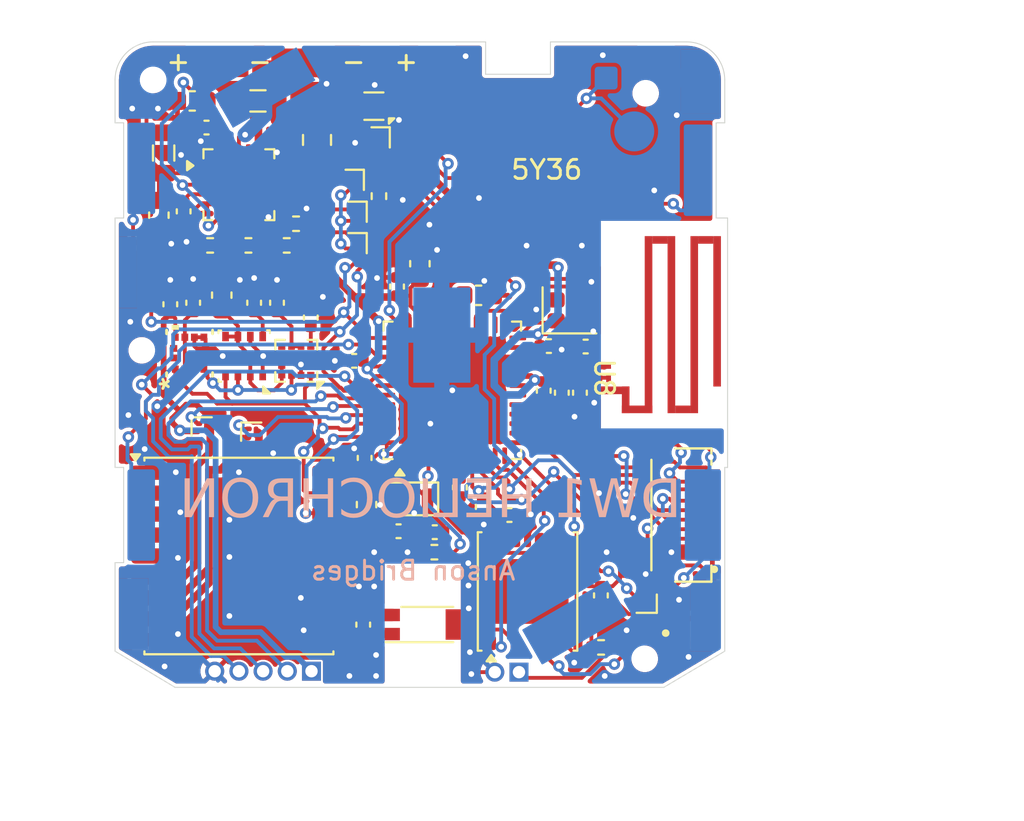
<source format=kicad_pcb>
(kicad_pcb
	(version 20241229)
	(generator "pcbnew")
	(generator_version "9.0")
	(general
		(thickness 0.69)
		(legacy_teardrops no)
	)
	(paper "A4")
	(layers
		(0 "F.Cu" signal)
		(2 "B.Cu" signal)
		(9 "F.Adhes" user "F.Adhesive")
		(11 "B.Adhes" user "B.Adhesive")
		(13 "F.Paste" user)
		(15 "B.Paste" user)
		(5 "F.SilkS" user "F.Silkscreen")
		(7 "B.SilkS" user "B.Silkscreen")
		(1 "F.Mask" user)
		(3 "B.Mask" user)
		(17 "Dwgs.User" user "User.Drawings")
		(19 "Cmts.User" user "User.Comments")
		(21 "Eco1.User" user "User.Eco1")
		(23 "Eco2.User" user "User.Eco2")
		(25 "Edge.Cuts" user)
		(27 "Margin" user)
		(31 "F.CrtYd" user "F.Courtyard")
		(29 "B.CrtYd" user "B.Courtyard")
		(35 "F.Fab" user)
		(33 "B.Fab" user)
		(39 "User.1" user)
		(41 "User.2" user)
		(43 "User.3" user)
		(45 "User.4" user)
	)
	(setup
		(stackup
			(layer "F.SilkS"
				(type "Top Silk Screen")
			)
			(layer "F.Paste"
				(type "Top Solder Paste")
			)
			(layer "F.Mask"
				(type "Top Solder Mask")
				(thickness 0.01)
			)
			(layer "F.Cu"
				(type "copper")
				(thickness 0.035)
			)
			(layer "dielectric 1"
				(type "core")
				(thickness 0.6)
				(material "FR4")
				(epsilon_r 4.5)
				(loss_tangent 0.02)
			)
			(layer "B.Cu"
				(type "copper")
				(thickness 0.035)
			)
			(layer "B.Mask"
				(type "Bottom Solder Mask")
				(thickness 0.01)
			)
			(layer "B.Paste"
				(type "Bottom Solder Paste")
			)
			(layer "B.SilkS"
				(type "Bottom Silk Screen")
			)
			(copper_finish "None")
			(dielectric_constraints no)
		)
		(pad_to_mask_clearance 0)
		(allow_soldermask_bridges_in_footprints no)
		(tenting front back)
		(pcbplotparams
			(layerselection 0x00000000_00000000_55555555_5755f5ff)
			(plot_on_all_layers_selection 0x00000000_00000000_00000000_00000000)
			(disableapertmacros no)
			(usegerberextensions no)
			(usegerberattributes yes)
			(usegerberadvancedattributes yes)
			(creategerberjobfile yes)
			(dashed_line_dash_ratio 12.000000)
			(dashed_line_gap_ratio 3.000000)
			(svgprecision 4)
			(plotframeref no)
			(mode 1)
			(useauxorigin no)
			(hpglpennumber 1)
			(hpglpenspeed 20)
			(hpglpendiameter 15.000000)
			(pdf_front_fp_property_popups yes)
			(pdf_back_fp_property_popups yes)
			(pdf_metadata yes)
			(pdf_single_document no)
			(dxfpolygonmode yes)
			(dxfimperialunits yes)
			(dxfusepcbnewfont yes)
			(psnegative no)
			(psa4output no)
			(plot_black_and_white yes)
			(sketchpadsonfab no)
			(plotpadnumbers no)
			(hidednponfab no)
			(sketchdnponfab yes)
			(crossoutdnponfab yes)
			(subtractmaskfromsilk no)
			(outputformat 1)
			(mirror no)
			(drillshape 0)
			(scaleselection 1)
			(outputdirectory "output/")
		)
	)
	(net 0 "")
	(net 1 "Net-(Q1-D)")
	(net 2 "unconnected-(U2-LNA_EN-Pad13)")
	(net 3 "Net-(Q2-D)")
	(net 4 "unconnected-(U2-VCC_RF-Pad14)")
	(net 5 "unconnected-(U2-TIMEPULSE-Pad4)")
	(net 6 "unconnected-(U2-~{SAFEBOOT}-Pad18)")
	(net 7 "unconnected-(U2-EXTINT-Pad5)")
	(net 8 "unconnected-(U2-VIO_SEL-Pad15)")
	(net 9 "unconnected-(U2-~{RESET}-Pad9)")
	(net 10 "Net-(U1-VOUT_SET)")
	(net 11 "Net-(U1-VBAT_OV)")
	(net 12 "Net-(U1-VRDIV)")
	(net 13 "Net-(U5-C1)")
	(net 14 "VLXSMPS")
	(net 15 "unconnected-(U4-PE4-Pad30)")
	(net 16 "LCD_EXTMODE")
	(net 17 "Net-(U4-PH3)")
	(net 18 "BTN_TOP_L")
	(net 19 "QSPI_IO0")
	(net 20 "QSPI_CLK")
	(net 21 "WKUP")
	(net 22 "QSPI_IO1")
	(net 23 "unconnected-(U4-AT1-Pad27)")
	(net 24 "QSPI_NCS")
	(net 25 "BTN_BOT_L")
	(net 26 "BTN_TOP_R")
	(net 27 "unconnected-(U4-AT0-Pad26)")
	(net 28 "RF")
	(net 29 "PIEZO")
	(net 30 "3V3")
	(net 31 "unconnected-(U5-INT-Pad7)")
	(net 32 "LED_OUT")
	(net 33 "unconnected-(U4-PB1-Pad29)")
	(net 34 "unconnected-(U4-PB2-Pad19)")
	(net 35 "VFBSMPS")
	(net 36 "unconnected-(U6-NC-Pad5)")
	(net 37 "unconnected-(U6-INT1-Pad12)")
	(net 38 "unconnected-(U6-INT2-Pad11)")
	(net 39 "Net-(U1-VREF_SAMP)")
	(net 40 "Net-(U1-LBOOST)")
	(net 41 "unconnected-(U5-DRDY-Pad8)")
	(net 42 "unconnected-(U1-VBAT_OK-Pad13)")
	(net 43 "unconnected-(Y3-NC-Pad1)")
	(net 44 "SPI1_MOSI")
	(net 45 "LCD_VCOM")
	(net 46 "SPI1_SCK")
	(net 47 "SWDIO")
	(net 48 "I2C1_SDA")
	(net 49 "I2C1_SCL")
	(net 50 "SWCLK")
	(net 51 "SWO")
	(net 52 "Net-(U4-PC14)")
	(net 53 "Net-(U4-PC15)")
	(net 54 "Net-(U1-VOC_SAMP)")
	(net 55 "VHARV")
	(net 56 "unconnected-(U7-EP-Pad9)")
	(net 57 "BTN_BOT_R")
	(net 58 "unconnected-(U4-PA9-Pad18)")
	(net 59 "unconnected-(U4-PA12-Pad38)")
	(net 60 "VBAT")
	(net 61 "GPS_DISABLE")
	(net 62 "GPS_BKUP_DISABLE")
	(net 63 "unconnected-(U2-TXD-Pad2)")
	(net 64 "unconnected-(U2-RXD-Pad3)")
	(net 65 "Net-(AE2-FEED)")
	(net 66 "Net-(AE1-A)")
	(net 67 "Net-(U4-OSC_OUT)")
	(net 68 "Net-(U4-OSC_IN)")
	(net 69 "Net-(U4-NRST)")
	(net 70 "Net-(U1-LBUCK)")
	(net 71 "unconnected-(U10-EXP-Pad5)")
	(net 72 "Net-(J3-Pin_1)")
	(net 73 "LED+")
	(net 74 "GND")
	(net 75 "GPIO_SPI_CS")
	(net 76 "Net-(U8-IN)")
	(net 77 "Net-(Q5-D)")
	(footprint "ble_lpf:DLF-4_1P6X0P8" (layer "F.Cu") (at 137.675 97.6404 -90))
	(footprint "Resistor_SMD:R_0402_1005Metric" (layer "F.Cu") (at 128.76 106.8))
	(footprint "custom_pads:harvesting_pads" (layer "F.Cu") (at 119.6 81.9))
	(footprint "Crystal:Crystal_SMD_2012-2Pin_2.0x1.2mm" (layer "F.Cu") (at 127.7 104 180))
	(footprint "Capacitor_SMD:C_0603_1608Metric" (layer "F.Cu") (at 125.2 104.3 -90))
	(footprint "Resistor_SMD:R_0402_1005Metric" (layer "F.Cu") (at 121.01 90.6875 180))
	(footprint "Package_DFN_QFN:OnSemi_XDFN4-1EP_1.0x1.0mm_EP0.52x0.52mm" (layer "F.Cu") (at 125.585 83.375 180))
	(footprint "Capacitor_SMD:C_0603_1608Metric" (layer "F.Cu") (at 117.6 93.3 90))
	(footprint "Package_DFN_QFN:Texas_PicoStar_DFN-3_0.69x0.60mm" (layer "F.Cu") (at 119.175 100.5))
	(footprint "Capacitor_SMD:C_0402_1005Metric" (layer "F.Cu") (at 125.1 101.85 90))
	(footprint "Package_SON:WSON-8-1EP_6x5mm_P1.27mm_EP3.4x4.3mm" (layer "F.Cu") (at 133.65 108.8625 90))
	(footprint "custom_pads:jlcpcb_tooling_hole" (layer "F.Cu") (at 114 82))
	(footprint "Capacitor_SMD:C_0402_1005Metric" (layer "F.Cu") (at 134.77 95.975))
	(footprint "RF_GPS:ublox_MAX" (layer "F.Cu") (at 118.5 107))
	(footprint "Capacitor_SMD:C_0402_1005Metric" (layer "F.Cu") (at 114.9 93.78 90))
	(footprint "Resistor_SMD:R_0402_1005Metric" (layer "F.Cu") (at 137.51 111.8 180))
	(footprint "Capacitor_SMD:C_0402_1005Metric" (layer "F.Cu") (at 116.1 93.7 90))
	(footprint "Package_DFN_QFN:QFN-20-1EP_3.5x3.5mm_P0.5mm_EP2x2mm" (layer "F.Cu") (at 118.5 87.5))
	(footprint "Package_DFN_QFN:QFN-48-1EP_7x7mm_P0.5mm_EP5.6x5.6mm" (layer "F.Cu") (at 129.7 98.3 90))
	(footprint "Capacitor_SMD:C_0402_1005Metric" (layer "F.Cu") (at 134.5 98.32 -90))
	(footprint "Connector_PinHeader_1.27mm:PinHeader_1x02_P1.27mm_Vertical" (layer "F.Cu") (at 133.2 113.1 -90))
	(footprint "custom_pads:jlcpcb_tooling_hole" (layer "F.Cu") (at 113.3 96.2))
	(footprint "pcb_antenna:meander_antenna_stm32wb10cc" (layer "F.Cu") (at 137.5 92.75))
	(footprint "Capacitor_SMD:C_0603_1608Metric" (layer "F.Cu") (at 116.05 83.1))
	(footprint "custom_pads:battery_pads" (layer "F.Cu") (at 128 96.4))
	(footprint "Resistor_SMD:R_0402_1005Metric" (layer "F.Cu") (at 125.85 88.1 -90))
	(footprint "Resistor_SMD:R_0402_1005Metric" (layer "F.Cu") (at 121.5 89.55 180))
	(footprint "Resistor_SMD:R_0402_1005Metric" (layer "F.Cu") (at 119 90.6875))
	(footprint "Capacitor_SMD:C_0402_1005Metric" (layer "F.Cu") (at 126.8 92.85 90))
	(footprint "RF_Antenna:Pulse_W3011" (layer "F.Cu") (at 128.15 110.6 90))
	(footprint "Capacitor_SMD:C_0402_1005Metric" (layer "F.Cu") (at 122.2736 94.48 90))
	(footprint "Package_DFN_QFN:Texas_PicoStar_DFN-3_0.69x0.60mm" (layer "F.Cu") (at 116.575 100.225))
	(footprint "Capacitor_SMD:C_0402_1005Metric" (layer "F.Cu") (at 131.3 104.42 -90))
	(footprint "Capacitor_SMD:C_0402_1005Metric" (layer "F.Cu") (at 136.7 96))
	(footprint "Inductor_SMD:L_0402_1005Metric" (layer "F.Cu") (at 128.585 93.65))
	(footprint "Capacitor_SMD:C_0805_2012Metric" (layer "F.Cu") (at 122.6 85.15 90))
	(footprint "Capacitor_SMD:C_0603_1608Metric" (layer "F.Cu") (at 128 91.65 90))
	(footprint "Capacitor_SMD:C_0402_1005Metric" (layer "F.Cu") (at 119.3 93.7 90))
	(footprint "Inductor_SMD:L_0805_2012Metric"
		(layer "F.Cu")
		(uuid "7f9ebc16-9808-4054-ab14-0ff215a6979e")
		(at 119.5 83.1)
		(descr "Inductor SMD 0805 (2012 Metric), square (rectangular) end terminal, IPC-7351 nominal, (Body size source: IPC-SM-782 page 80, https://www.pcb-3d.com/wordpress/wp-content/uploads/ipc-sm-782a_amendment_1_and_2.pdf), generated with kicad-footprint-generator")
		(tags "inductor")
		(property "Reference" "L1"
			(at 0 -1.55 0)
			(layer "F.SilkS")
			(hide yes)
			(uuid "9ea8a097-54e8-40de-9b51-4edd73c4b709")
			(effects
				(font
					(size 1 1)
					(thickness 0.15)
				)
			)
		)
		(property "Value" "4.7uH"
			(at 0 1.55 0)
			(layer "F.Fab")
			(uuid "5a161f23-e57b-4ca3-8664-c32068b319d7")
			(effects
				(font
					(size 1 1)
					(thickness 0.15)
				)
			)
		)
		(property "Datasheet" "~"
			(at 0 0 0)
			(layer "F.Fab")
			(hide yes)
			(uuid "ea7fe33a-607c-434f-a436-fb14d981ca33")
			(effects
				(font
					(size 1.27 1.27)
					(thickness 0.15)
				)
			)
		)
		(property "Description" "MPL2012S4R7MHT"
			(at 0 0 0)
			(layer "F.Fab")
			(hide yes)
			(uuid "4a6a50a6-0bef-419a-bfc5-ee75789b01a6")
			(effects
				(font
					(size 1.27 1.27)
					(thickness 0.15)
				)
			)
		)
		(property ki_fp_filters "Choke_* *Coil* Inductor_* L_*")
		(path "/7b4820ef-5611-49f8-9c5b-a64045abb2e1")
		(sheetname "/")
		(sheetfile "digi_watch.kicad_sch")
		(attr smd)
		(fp_line
			(start -0.399622 -0.56)
			(end 0.399622 -0.56)
			(stroke
				(width 0.12)
				(type solid)
			)
			(layer "F.SilkS")
			(uuid "006c5543-6cfb-4a66-86f4-1d2274894edb")
		)
		(fp_line
			(start -0.399622 0.56)
			(end 0.399622 0.56)
			(stroke
				(width 0.12)
				(type solid)
			)
			(layer "F.SilkS")
			(uuid "3fdb09e2-e2e6-43
... [789795 chars truncated]
</source>
